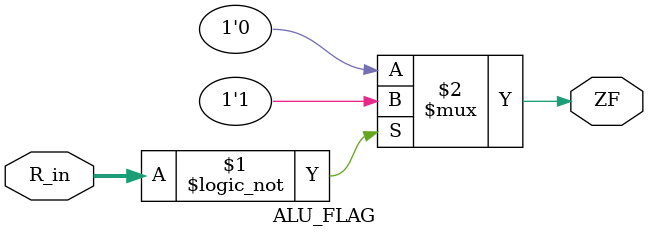
<source format=sv>
module ALU_FLAG(
    input wire [4:0] R_in,
    output wire ZF);
    
    assign ZF = (R_in == 5'b00000) ? 1'b1 : 1'b0;

endmodule

</source>
